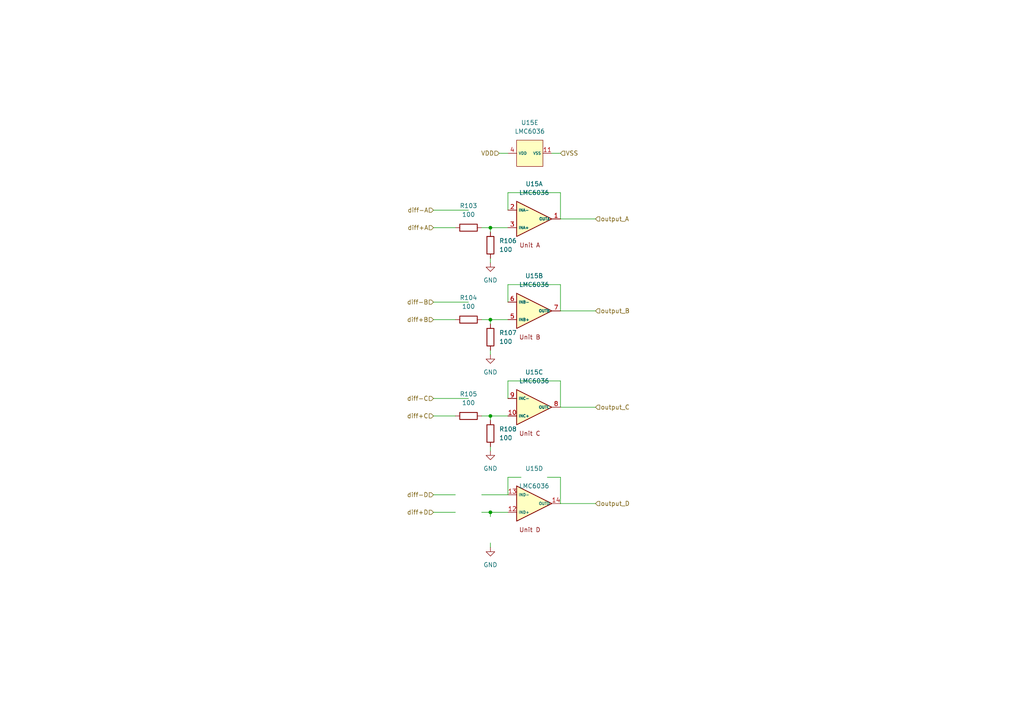
<source format=kicad_sch>
(kicad_sch (version 20211123) (generator eeschema)
  (paper "A4")
  (lib_symbols
    (symbol "Device:R" (pin_numbers hide) (pin_names (offset 0))
      (property "Reference" "R" (at 2.032 0 90))
      (property "Value" "R" (at 0 0 90))
      (symbol "R_0_1"
        (rectangle (start -1.016 -2.54) (end 1.016 2.54) (stroke (width 0.254)))
      )
      (symbol "R_1_1"
        (pin passive line (at 0 3.81 270) (length 1.27) (name "~") (number "1"))
        (pin passive line (at 0 -3.81 90) (length 1.27) (name "~") (number "2"))
      )
    )
    (symbol "LMC6036_custom:LMC6036"
      (property "Reference" "U" (at 1.905 0 0))
      (property "Value" "LMC6036" (at -11.43 0 0))
      (symbol "LMC6036_1_1"
        (polyline (pts (xy -3.81 5.08) (xy 6.35 0) (xy -3.81 -5.08) (xy -3.81 5.08)) (stroke (width 0.254)) (fill (type background)))
        (text "Unit A" (at 0 -7.62 0) (effects (font (size 1.27 1.27))))
        (pin output line (at 8.89 0 180) (length 2.54) (name "OUTA") (number "1"))
        (pin input line (at -6.35 2.54 0) (length 2.54) (name "INA-") (number "2"))
        (pin input line (at -6.35 -2.54 0) (length 2.54) (name "INA+") (number "3"))
      )
      (symbol "LMC6036_2_1"
        (polyline (pts (xy -3.81 5.08) (xy 6.35 0) (xy -3.81 -5.08) (xy -3.81 5.08)) (stroke (width 0.254)) (fill (type background)))
        (text "Unit B" (at 0 -7.62 0) (effects (font (size 1.27 1.27))))
        (pin input line (at -6.35 -2.54 0) (length 2.54) (name "INB+") (number "5"))
        (pin input line (at -6.35 2.54 0) (length 2.54) (name "INB-") (number "6"))
        (pin output line (at 8.89 0 180) (length 2.54) (name "OUTB") (number "7"))
      )
      (symbol "LMC6036_3_1"
        (polyline (pts (xy -3.81 5.08) (xy 6.35 0) (xy -3.81 -5.08) (xy -3.81 5.08)) (stroke (width 0.254)) (fill (type background)))
        (text "Unit C" (at 0 -7.62 0) (effects (font (size 1.27 1.27))))
        (pin input line (at -6.35 -2.54 0) (length 2.54) (name "INC+") (number "10"))
        (pin output line (at 8.89 0 180) (length 2.54) (name "OUTC") (number "8"))
        (pin input line (at -6.35 2.54 0) (length 2.54) (name "INC-") (number "9"))
      )
      (symbol "LMC6036_4_1"
        (polyline (pts (xy -3.81 5.08) (xy 6.35 0) (xy -3.81 -5.08) (xy -3.81 5.08)) (stroke (width 0.254)) (fill (type background)))
        (text "Unit D" (at 0 -7.62 0) (effects (font (size 1.27 1.27))))
        (pin input line (at -6.35 -2.54 0) (length 2.54) (name "IND+") (number "12"))
        (pin input line (at -6.35 2.54 0) (length 2.54) (name "IND-") (number "13"))
        (pin output line (at 8.89 0 180) (length 2.54) (name "OUTD") (number "14"))
      )
      (symbol "LMC6036_5_1"
        (rectangle (start -3.81 3.81) (end 3.81 -3.81) (stroke (width 0.1524)) (fill (type background)))
        (pin power_in line (at 0 -6.35 90) (length 2.54) (name "VSS") (number "11"))
        (pin power_in line (at 0 6.35 270) (length 2.54) (name "VDD") (number "4"))
      )
    )
    (symbol "power:GND" (power) (pin_names (offset 0))
      (property "Value" "GND" (at 0 -3.81 0))
      (symbol "GND_0_1"
        (polyline (pts (xy 0 0) (xy 0 -1.27) (xy 1.27 -1.27) (xy 0 -2.54) (xy -1.27 -1.27) (xy 0 -1.27)))
      )
      (symbol "GND_1_1"
        (pin power_in line (at 0 0 270) (length 0) hide (name "GND") (number "1"))
      )
    )
  )
  (junction (at 142.24 92.71))
  (junction (at 142.24 66.04))
  (junction (at 142.24 148.59))
  (junction (at 142.24 120.65))
  (wire (pts (xy 142.24 74.93) (xy 142.24 76.2)))
  (wire (pts (xy 160.02 44.45) (xy 162.56 44.45)))
  (wire (pts (xy 142.24 120.65) (xy 142.24 121.92)))
  (wire (pts (xy 139.7 120.65) (xy 142.24 120.65)))
  (wire (pts (xy 147.32 110.49) (xy 162.56 110.49)))
  (wire (pts (xy 125.73 66.04) (xy 132.08 66.04)))
  (wire (pts (xy 147.32 55.88) (xy 162.56 55.88)))
  (wire (pts (xy 162.56 55.88) (xy 162.56 63.5)))
  (wire (pts (xy 125.73 115.57) (xy 135.89 115.57)))
  (wire (pts (xy 147.32 55.88) (xy 147.32 60.96)))
  (wire (pts (xy 139.7 66.04) (xy 142.24 66.04)))
  (wire (pts (xy 147.32 138.43) (xy 151.13 138.43)))
  (wire (pts (xy 142.24 92.71) (xy 147.32 92.71)))
  (wire (pts (xy 147.32 82.55) (xy 162.56 82.55)))
  (wire (pts (xy 162.56 82.55) (xy 162.56 90.17)))
  (wire (pts (xy 125.73 60.96) (xy 135.89 60.96)))
  (wire (pts (xy 142.24 66.04) (xy 142.24 67.31)))
  (wire (pts (xy 162.56 118.11) (xy 172.72 118.11)))
  (wire (pts (xy 162.56 138.43) (xy 162.56 146.05)))
  (wire (pts (xy 142.24 66.04) (xy 147.32 66.04)))
  (wire (pts (xy 142.24 148.59) (xy 147.32 148.59)))
  (wire (pts (xy 147.32 82.55) (xy 147.32 87.63)))
  (wire (pts (xy 158.75 138.43) (xy 162.56 138.43)))
  (wire (pts (xy 147.32 110.49) (xy 147.32 115.57)))
  (wire (pts (xy 142.24 148.59) (xy 142.24 149.86)))
  (wire (pts (xy 162.56 63.5) (xy 172.72 63.5)))
  (wire (pts (xy 125.73 148.59) (xy 132.08 148.59)))
  (wire (pts (xy 125.73 92.71) (xy 132.08 92.71)))
  (wire (pts (xy 162.56 90.17) (xy 172.72 90.17)))
  (wire (pts (xy 147.32 138.43) (xy 147.32 143.51)))
  (wire (pts (xy 142.24 120.65) (xy 147.32 120.65)))
  (wire (pts (xy 144.78 44.45) (xy 147.32 44.45)))
  (wire (pts (xy 139.7 143.51) (xy 147.32 143.51)))
  (wire (pts (xy 142.24 92.71) (xy 142.24 93.98)))
  (wire (pts (xy 139.7 148.59) (xy 142.24 148.59)))
  (wire (pts (xy 139.7 92.71) (xy 142.24 92.71)))
  (wire (pts (xy 142.24 101.6) (xy 142.24 102.87)))
  (wire (pts (xy 162.56 146.05) (xy 172.72 146.05)))
  (wire (pts (xy 125.73 120.65) (xy 132.08 120.65)))
  (wire (pts (xy 125.73 143.51) (xy 132.08 143.51)))
  (wire (pts (xy 142.24 129.54) (xy 142.24 130.81)))
  (wire (pts (xy 125.73 87.63) (xy 135.89 87.63)))
  (wire (pts (xy 162.56 110.49) (xy 162.56 118.11)))
  (wire (pts (xy 142.24 157.48) (xy 142.24 158.75)))
  (hierarchical_label "VDD" (shape input) (at 144.78 44.45 180))
  (hierarchical_label "diff+C" (shape input) (at 125.73 120.65 180))
  (hierarchical_label "VSS" (shape input) (at 162.56 44.45 0))
  (hierarchical_label "output_B" (shape input) (at 172.72 90.17 0))
  (hierarchical_label "diff-C" (shape input) (at 125.73 115.57 180))
  (hierarchical_label "diff+A" (shape input) (at 125.73 66.04 180))
  (hierarchical_label "diff-B" (shape input) (at 125.73 87.63 180))
  (hierarchical_label "output_C" (shape input) (at 172.72 118.11 0))
  (hierarchical_label "diff-D" (shape input) (at 125.73 143.51 180))
  (hierarchical_label "diff+D" (shape input) (at 125.73 148.59 180))
  (hierarchical_label "diff+B" (shape input) (at 125.73 92.71 180))
  (hierarchical_label "diff-A" (shape input) (at 125.73 60.96 180))
  (hierarchical_label "output_A" (shape input) (at 172.72 63.5 0))
  (hierarchical_label "output_D" (shape input) (at 172.72 146.05 0))
  (symbol (lib_id "power:GND") (at 142.24 158.75 0) (unit 1)
    (property "Reference" "#PWR0149" (effects hide))
    (property "Value" "GND" (at 142.24 163.83 0))
  )
  (symbol (lib_id "Device:R") (at 142.24 97.79 0) (unit 1)
    (property "Reference" "R107" (at 144.78 96.5199 0) (effects (justify left)))
    (property "Value" "100" (at 144.78 99.0599 0) (effects (justify left)))
    (property "Footprint" "Resistor_SMD:R_0603_1608Metric" (effects hide))
  )
  (symbol (lib_id "power:GND") (at 142.24 76.2 0) (unit 1)
    (property "Reference" "#PWR0146" (effects hide))
    (property "Value" "GND" (at 142.24 81.28 0))
  )
  (symbol (lib_id "Device:R") (at 135.89 92.71 270) (unit 1)
    (property "Reference" "R104" (at 135.89 86.36 90))
    (property "Value" "100" (at 135.89 88.9 90))
    (property "Footprint" "Resistor_SMD:R_0603_1608Metric" (effects hide))
  )
  (symbol (lib_id "LMC6036_custom:LMC6036") (at 153.67 146.05 0) (unit 4)
    (property "Reference" "U15" (at 154.94 135.89 0))
    (property "Value" "LMC6036" (at 154.94 140.97 0))
    (property "Footprint" "LMC6036:SOP65P640X120-14N" (effects hide))
  )
  (symbol (lib_id "Device:R") (at 135.89 120.65 270) (unit 1)
    (property "Reference" "R105" (at 135.89 114.3 90))
    (property "Value" "100" (at 135.89 116.84 90))
    (property "Footprint" "Resistor_SMD:R_0603_1608Metric" (effects hide))
  )
  (symbol (lib_id "LMC6036_custom:LMC6036") (at 153.67 63.5 0) (unit 1)
    (property "Reference" "U15" (at 154.94 53.34 0))
    (property "Value" "LMC6036" (at 154.94 55.88 0))
    (property "Footprint" "LMC6036:SOP65P640X120-14N" (effects hide))
  )
  (symbol (lib_id "power:GND") (at 142.24 130.81 0) (unit 1)
    (property "Reference" "#PWR0148" (effects hide))
    (property "Value" "GND" (at 142.24 135.89 0))
  )
  (symbol (lib_id "Device:R") (at 135.89 66.04 270) (unit 1)
    (property "Reference" "R103" (at 135.89 59.69 90))
    (property "Value" "100" (at 135.89 62.23 90))
    (property "Footprint" "Resistor_SMD:R_0603_1608Metric" (effects hide))
  )
  (symbol (lib_id "power:GND") (at 142.24 102.87 0) (unit 1)
    (property "Reference" "#PWR0147" (effects hide))
    (property "Value" "GND" (at 142.24 107.95 0))
  )
  (symbol (lib_id "LMC6036_custom:LMC6036") (at 153.67 90.17 0) (unit 2)
    (property "Reference" "U15" (at 154.94 80.01 0))
    (property "Value" "LMC6036" (at 154.94 82.55 0))
    (property "Footprint" "LMC6036:SOP65P640X120-14N" (effects hide))
  )
  (symbol (lib_id "LMC6036_custom:LMC6036") (at 153.67 44.45 90) (unit 5)
    (property "Reference" "U15" (at 153.67 35.56 90))
    (property "Value" "LMC6036" (at 153.67 38.1 90))
    (property "Footprint" "LMC6036:SOP65P640X120-14N" (effects hide))
  )
  (symbol (lib_id "Device:R") (at 142.24 125.73 0) (unit 1)
    (property "Reference" "R108" (at 144.78 124.4599 0) (effects (justify left)))
    (property "Value" "100" (at 144.78 126.9999 0) (effects (justify left)))
    (property "Footprint" "Resistor_SMD:R_0603_1608Metric" (effects hide))
  )
  (symbol (lib_id "LMC6036_custom:LMC6036") (at 153.67 118.11 0) (unit 3)
    (property "Reference" "U15" (at 154.94 107.95 0))
    (property "Value" "LMC6036" (at 154.94 110.49 0))
    (property "Footprint" "LMC6036:SOP65P640X120-14N" (effects hide))
  )
  (symbol (lib_id "Device:R") (at 142.24 71.12 0) (unit 1)
    (property "Reference" "R106" (at 144.78 69.8499 0) (effects (justify left)))
    (property "Value" "100" (at 144.78 72.3899 0) (effects (justify left)))
    (property "Footprint" "Resistor_SMD:R_0603_1608Metric" (effects hide))
  )
)
</source>
